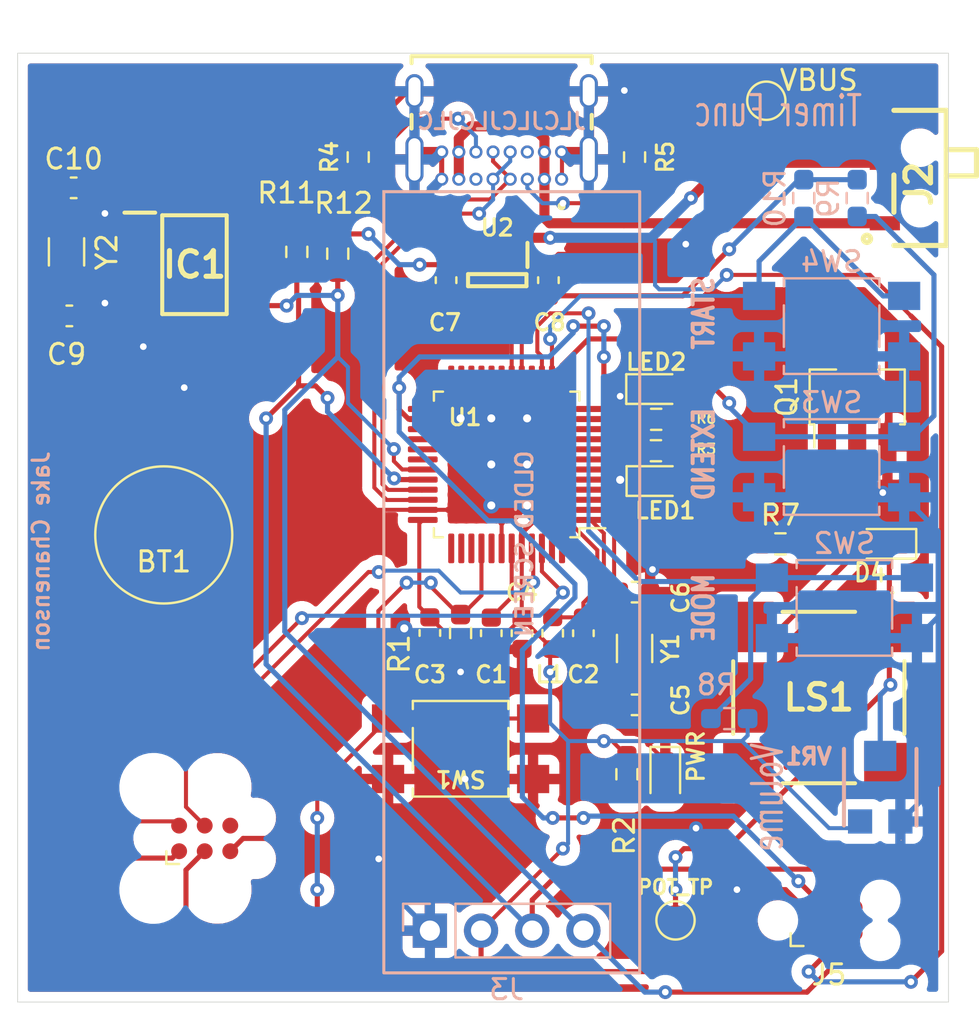
<source format=kicad_pcb>
(kicad_pcb (version 20211014) (generator pcbnew)
  (layers (0 "F.Cu" signal) (31 "B.Cu" signal) (34 "B.Paste" user) (35 "F.Paste" user) (36 "B.SilkS" user "B.Silkscreen") (37 "F.SilkS" user "F.Silkscreen") (38 "B.Mask" user) (39 "F.Mask" user) (44 "Edge.Cuts" user))
  (net 0 "")
  (net 1 "Net-(C1-Pad1)")
  (net 2 "GND")
  (net 3 "/VDDANA")
  (net 4 "+3V3")
  (net 5 "/XC1")
  (net 6 "/XC2")
  (net 7 "VBUS")
  (net 8 "Net-(D1-Pad2)")
  (net 9 "Net-(D2-Pad2)")
  (net 10 "Net-(D3-Pad2)")
  (net 11 "/LED1")
  (net 12 "/LED2")
  (net 17 "Net-(J4-PadA5)")
  (net 20 "VDC")
  (net 21 "Net-(C9-Pad1)")
  (net 22 "Net-(C10-Pad1)")
  (net 23 "/SWD")
  (net 24 "/SWC")
  (net 26 "/D+")
  (net 27 "/D-")
  (net 30 "Net-(D4-Pad2)")
  (net 42 "Net-(J4-PadB5)")
  (net 43 "/~{RST}")
  (net 45 "/SDA")
  (net 46 "/SCL")
  (net 51 "Net-(Q1-Pad1)")
  (net 52 "/BZR")
  (net 53 "/TIMR_MODE")
  (net 54 "/STRT_TME")
  (net 55 "/EXTND_TME")
  (net 63 "Net-(D4-Pad1)")
  (net 64 "Net-(BT1-Pad1)")
  (footprint "buzzer:CMT8585397SMTTR" (layer "F.Cu") (at 137.16 112.395)
    (fp_text reference "LS1")
    (fp_text value "Buzzer" hide)
  )
  (footprint "LED_SMD:LED_0603_1608Metric" (layer "F.Cu") (at 129.54 116.332 -90)
    (fp_text reference "D1" hide)
    (fp_text value "GREEN")
  )
  (footprint "Resistor_SMD:R_0603_1608Metric_Pad0.98x0.95mm_HandSolder" (layer "F.Cu") (at 129.075 100.15675)
    (fp_text reference "R3")
    (fp_text value "1.5k")
  )
  (footprint "Capacitor_SMD:C_0603_1608Metric" (layer "F.Cu") (at 117.856 109.194 -90)
    (fp_text reference "C3")
    (fp_text value "0.1uF")
  )
  (footprint "Package_QFP:TQFP-48_7x7mm_P0.5mm" (layer "F.Cu") (at 121.666 100.838 180)
    (fp_text reference "U1")
    (fp_text value "ATSAMD21G18A-A")
  )
  (footprint "Inductor_SMD:L_0603_1608Metric" (layer "F.Cu") (at 123.952 109.207 90)
    (fp_text reference "L1")
    (fp_text value "FB-30R")
  )
  (footprint "LED_SMD:LED_0603_1608Metric" (layer "F.Cu") (at 129.0875 97.1)
    (fp_text reference "D3" hide)
    (fp_text value "RED")
  )
  (footprint "LED_SMD:LED_0603_1608Metric" (layer "F.Cu") (at 129.104886 101.660131)
    (fp_text reference "D2" hide)
    (fp_text value "RED")
  )
  (footprint "Capacitor_SMD:C_0603_1608Metric" (layer "F.Cu") (at 128.016 107.168)
    (fp_text reference "C6")
    (fp_text value "15uF")
  )
  (footprint "Capacitor_SMD:C_0603_1608Metric" (layer "F.Cu") (at 122.428 109.207 -90)
    (fp_text reference "C4")
    (fp_text value "0.1uF")
  )
  (footprint "Resistor_SMD:R_0603_1608Metric_Pad0.98x0.95mm_HandSolder" (layer "F.Cu") (at 113.284 90.386724 -90)
    (fp_text reference "R12")
    (fp_text value "10k")
  )
  (footprint "Capacitor_SMD:C_0603_1608Metric" (layer "F.Cu") (at 125.476 109.207 -90)
    (fp_text reference "C2")
    (fp_text value "0.1uF")
  )
  (footprint "Resistor_SMD:R_0603_1608Metric_Pad0.98x0.95mm_HandSolder" (layer "F.Cu") (at 127.635 116.198 -90)
    (fp_text reference "R2")
    (fp_text value "10k")
  )
  (footprint "Resistor_SMD:R_0603_1608Metric" (layer "F.Cu") (at 114.3 85.598 90)
    (fp_text reference "R4")
    (fp_text value "5.1k")
  )
  (footprint "Capacitor_SMD:C_0603_1608Metric" (layer "F.Cu") (at 118.66 91.7 90)
    (fp_text reference "C7")
    (fp_text value "1uF")
  )
  (footprint "hcipcb23:SSSS810701" (layer "F.Cu") (at 140.436335 85.88 90)
    (fp_text reference "J2")
    (fp_text value "Power Switch" hide)
  )
  (footprint "clock:SOIC127P600X175-8N" (layer "F.Cu") (at 106.172 90.932)
    (fp_text reference "IC1")
    (fp_text value "DS1307Z+" hide)
  )
  (footprint "Capacitor_SMD:C_0603_1608Metric" (layer "F.Cu") (at 123.74 91.7 90)
    (fp_text reference "C8")
    (fp_text value "1uF")
  )
  (footprint "Diode_SMD:D_0603_1608Metric_Pad1.05x0.95mm_HandSolder" (layer "F.Cu") (at 140.335 104.775 180)
    (fp_text reference "D4")
    (fp_text value "1N4001")
  )
  (footprint "Capacitor_SMD:C_0603_1608Metric" (layer "F.Cu") (at 100.17584 87.122)
    (fp_text reference "C10")
    (fp_text value "15uF")
  )
  (footprint "Resistor_SMD:R_0603_1608Metric_Pad0.98x0.95mm_HandSolder" (layer "F.Cu") (at 129.0875 98.6)
    (fp_text reference "R6")
    (fp_text value "1.5k")
  )
  (footprint "Capacitor_SMD:C_0603_1608Metric" (layer "F.Cu") (at 120.904 109.207 -90)
    (fp_text reference "C1")
    (fp_text value "0.1uF")
  )
  (footprint "Resistor_SMD:R_0603_1608Metric_Pad0.98x0.95mm_HandSolder" (layer "F.Cu") (at 111.252 90.297 -90)
    (fp_text reference "R11")
    (fp_text value "10k")
  )
  (footprint "TestPoint:TestPoint_Pad_D1.5mm" (layer "F.Cu") (at 130.048 123.444)
    (fp_text reference "POT_TP")
    (fp_text value "TestPoint")
  )
  (footprint "TestPoint:TestPoint_Pad_D1.5mm" (layer "F.Cu") (at 134.554 82.804)
    (fp_text reference "VBUS")
    (fp_text value "TestPoint")
  )
  (footprint "Button_Switch_SMD:SW_SPST_TL3305A" (layer "F.Cu") (at 119.38 114.935)
    (fp_text reference "SW1")
    (fp_text value "SW_Push")
  )
  (footprint "hcipcb23:GCT_USB4085-GF-A" (layer "F.Cu") (at 121.417 82.334 180)
    (fp_text reference "J4" hide)
    (fp_text value "USB4085-GF-A")
  )
  (footprint "Resistor_SMD:R_0603_1608Metric" (layer "F.Cu") (at 128.016 85.598 90)
    (fp_text reference "R5")
    (fp_text value "5.1k")
  )
  (footprint "hcipcb23:SOT95P280X145-5N" (layer "F.Cu") (at 121.2 91.7 -90)
    (fp_text reference "U2")
    (fp_text value "TLV73333PQDBVRQ1" hide)
  )
  (footprint "Capacitor_SMD:C_0603_1608Metric" (layer "F.Cu") (at 128.016 112.756)
    (fp_text reference "C5")
    (fp_text value "15uF")
  )
  (footprint "Crystal:Crystal_SMD_3215-2Pin_3.2x1.5mm" (layer "F.Cu") (at 99.822 90.297 -90)
    (fp_text reference "Y2")
    (fp_text value "Crystal_Small")
  )
  (footprint "Package_TO_SOT_SMD:SOT-89-3_Handsoldering" (layer "F.Cu") (at 139.065 97.79 90)
    (fp_text reference "Q1")
    (fp_text value "Q_NPN_BCE")
  )
  (footprint "Connector:Tag-Connect_TC2030-IDC-FP_2x03_P1.27mm_Vertical" (layer "F.Cu") (at 106.68 119.38)
    (fp_text reference "J1" hide)
    (fp_text value "SWD_TAG-CONNECT")
  )
  (footprint "ML-621S_DN:coin_batt" (layer "F.Cu") (at 104.648 98.552)
    (fp_text reference "BT1")
    (fp_text value "Battery_Cell")
  )
  (footprint "Crystal:Crystal_SMD_3215-2Pin_3.2x1.5mm" (layer "F.Cu") (at 128.016 109.962 90)
    (fp_text reference "Y1")
    (fp_text value "Crystal_Small")
  )
  (footprint "Capacitor_SMD:C_0603_1608Metric" (layer "F.Cu") (at 99.962 93.472)
    (fp_text reference "C9")
    (fp_text value "15uF")
  )
  (footprint "Connector:Tag-Connect_TC2030-IDC-NL_2x03_P1.27mm_Vertical" (layer "F.Cu") (at 137.668 123.444)
    (fp_text reference "J5")
    (fp_text value "TESTPOINTS_TAG-CONNECT")
  )
  (footprint "Resistor_SMD:R_0603_1608Metric_Pad0.98x0.95mm_HandSolder" (layer "F.Cu") (at 119.38 109.194 90)
    (fp_text reference "R1")
    (fp_text value "10k")
  )
  (footprint "Resistor_SMD:R_0603_1608Metric_Pad0.98x0.95mm_HandSolder" (layer "F.Cu") (at 135.255 104.775)
    (fp_text reference "R7")
    (fp_text value "180")
  )
  (footprint "Button_Switch_SMD:SW_SPST_TL3305A" (layer "B.Cu") (at 138.43 107.95 180)
    (fp_text reference "SW2")
    (fp_text value "SW_Push")
  )
  (footprint "Resistor_SMD:R_0603_1608Metric_Pad0.98x0.95mm_HandSolder" (layer "B.Cu") (at 132.715 113.44 180)
    (fp_text reference "R8")
    (fp_text value "10k")
  )
  (footprint "Resistor_SMD:R_0603_1608Metric_Pad0.98x0.95mm_HandSolder" (layer "B.Cu") (at 139.065 87.63 -90)
    (fp_text reference "R9")
    (fp_text value "10k")
  )
  (footprint "Resistor_SMD:R_0603_1608Metric_Pad0.98x0.95mm_HandSolder" (layer "B.Cu") (at 136.4125 87.63 -90)
    (fp_text reference "R10")
    (fp_text value "10k")
  )
  (footprint "pot:TC33X2503E" (layer "B.Cu") (at 140.208 116.84 180)
    (fp_text reference "VR1")
    (fp_text value "Potentiometer" hide)
  )
  (footprint "Button_Switch_SMD:SW_SPST_TL3305A" (layer "B.Cu") (at 137.795 100.965 180)
    (fp_text reference "SW3")
    (fp_text value "SW_Push")
  )
  (footprint "Button_Switch_SMD:SW_SPST_TL3305A" (layer "B.Cu") (at 137.795 93.98 180)
    (fp_text reference "SW4")
    (fp_text value "SW_Push")
  )
  (footprint "Connector_PinHeader_2.54mm:PinHeader_1x04_P2.54mm_Vertical" (layer "B.Cu") (at 117.856 123.952 -90)
    (fp_text reference "J3")
    (fp_text value "OLED Screen")
  )
  (gr_rect (start 115.57 87.3125) (end 128.27 126.0475) (layer "B.SilkS") (width 0.1524) (fill none))
  (gr_rect (start 97.394088 80.447568) (end 143.596646 127.494853) (layer "Edge.Cuts") (width 0.0381) (fill none))
  (gr_text "Timer Func" (at 135.128 83.312) (layer "B.SilkS") (effects (font (size 1.5 1) (thickness 0.1524)) (justify mirror)))
  (gr_text "OLDED SCREEN" (at 122.555 104.775 90) (layer "B.SilkS") (effects (font (size 0.8128 0.8128) (thickness 0.1524)) (justify mirror)))
  (gr_text "EXTEND" (at 131.445 100.33 90) (layer "B.SilkS") (effects (font (size 1 0.8128) (thickness 0.2)) (justify mirror)))
  (gr_text "MODE" (at 131.445 107.95 90) (layer "B.SilkS") (effects (font (size 1 0.8128) (thickness 0.2)) (justify mirror)))
  (gr_text "Volume\n" (at 134.62 117.348 90) (layer "B.SilkS") (effects (font (size 1.5 1) (thickness 0.1524)) (justify mirror)))
  (gr_text "JLCJLCJLCJLC" (at 121.412 83.82) (layer "B.SilkS") (effects (font (size 0.8128 0.8128) (thickness 0.1524)) (justify mirror)))
  (gr_text "START" (at 131.445 93.345 90) (layer "B.SilkS") (effects (font (size 1 0.8128) (thickness 0.2)) (justify mirror)))
  (gr_text "Jake Chanenson" (at 98.552 105.156 90) (layer "B.SilkS") (effects (font (size 0.8128 0.8128) (thickness 0.1524)) (justify mirror)))
  (gr_text "PWR" (at 131.064 115.316 90) (layer "F.SilkS") (effects (font (size 0.8128 0.8128) (thickness 0.1524))))
  (gr_text "LED2" (at 129.0875 95.758) (layer "F.SilkS") (effects (font (size 0.8128 0.8128) (thickness 0.1524))))
  (gr_text "LED1" (at 129.54 103.124) (layer "F.SilkS") (effects (font (size 0.8128 0.8128) (thickness 0.1524))))
  (segment (start 121.916 107.42) (end 121.916 105.0005) (width 0.2) (layer "F.Cu") (net 1))
  (segment (start 120.904 108.432) (end 121.916 107.42) (width 0.2) (layer "F.Cu") (net 1))
  (segment (start 121.2 91.7) (end 121.2 90.45) (width 0.5) (layer "F.Cu") (net 2))
  (segment (start 115.78 117.9) (end 114.3 119.38) (width 0.254) (layer "F.Cu") (net 2))
  (segment (start 117.5035 103.088) (end 114.52 103.088) (width 0.2) (layer "F.Cu") (net 2))
  (segment (start 127.47 82.334) (end 127.508 82.296) (width 0.254) (layer "F.Cu") (net 2))
  (segment (start 118.442 85.344) (end 118.442 86.694) (width 0.25) (layer "F.Cu") (net 2))
  (segment (start 124.392 85.344) (end 125.372 85.344) (width 0.5) (layer "F.Cu") (net 2))
  (segment (start 122.965 91.7) (end 123.74 90.925) (width 0.5) (layer "F.Cu") (net 2))
  (segment (start 127.655 97.1) (end 127.3 97.455) (width 0.2) (layer "F.Cu") (net 2))
  (segment (start 120.904 100.838) (end 122.682 100.838) (width 0.2) (layer "F.Cu") (net 2))
  (segment (start 121.916 97.54) (end 121.916 96.6755) (width 0.2) (layer "F.Cu") (net 2))
  (segment (start 117.092 82.334) (end 121.958 82.334) (width 0.254) (layer "F.Cu") (net 2))
  (segment (start 130.048 90.424) (end 124.241 90.424) (width 0.254) (layer "F.Cu") (net 2))
  (segment (start 124.412 85.362) (end 124.412 86.674) (width 0.2) (layer "F.Cu") (net 2))
  (segment (start 120.904 102.87) (end 121.416 103.382) (width 0.2) (layer "F.Cu") (net 2))
  (segment (start 114.3 84.773) (end 116.739 82.334) (width 0.254) (layer "F.Cu") (net 2))
  (segment (start 130.556 89.916) (end 130.048 90.424) (width 0.254) (layer "F.Cu") (net 2))
  (segment (start 115.78 116.435) (end 119.61 116.435) (width 0.254) (layer "F.Cu") (net 2))
  (segment (start 114.52 103.088) (end 111.944 105.664) (width 0.2) (layer "F.Cu") (net 2))
  (segment (start 121.916 96.6755) (end 121.916 94.484) (width 0.2) (layer "F.Cu") (net 2))
  (segment (start 122.682 100.838) (end 122.682 102.87) (width 0.2) (layer "F.Cu") (net 2))
  (segment (start 120.904 98.552) (end 121.916 97.54) (width 0.2) (layer "F.Cu") (net 2))
  (segment (start 103.46 92.837) (end 103.46 94.824) (width 0.254) (layer "F.Cu") (net 2))
  (segment (start 119.61 116.435) (end 122.98 116.435) (width 0.254) (layer "F.Cu") (net 2))
  (segment (start 121.2 93.768) (end 121.2 91.7) (width 0.2) (layer "F.Cu") (net 2))
  (segment (start 121.958 82.334) (end 125.742 82.334) (width 0.254) (layer "F.Cu") (net 2))
  (segment (start 129.54 112.007) (end 129.54 107.917) (width 0.254) (layer "F.Cu") (net 2))
  (segment (start 119.435 91.7) (end 118.66 92.475) (width 0.5) (layer "F.Cu") (net 2))
  (segment (start 115.316 120.396) (end 114.3 119.38) (width 0.254) (layer "F.Cu") (net 2))
  (segment (start 117.462 85.344) (end 117.092 85.714) (width 0.5) (layer "F.Cu") (net 2))
  (segment (start 128.317386 101.660131) (end 127.360131 101.660131) (width 0.2) (layer "F.Cu") (net 2))
  (segment (start 136.398 122.809) (end 135.509 121.92) (width 0.254) (layer "F.Cu") (net 2))
  (segment (start 125.742 82.334) (end 127.47 82.334) (width 0.254) (layer "F.Cu") (net 2))
  (segment (start 100.95084 87.61584) (end 101.727 88.392) (width 0.254) (layer "F.Cu") (net 2))
  (segment (start 125.372 85.344) (end 125.742 85.714) (width 0.5) (layer "F.Cu") (net 2))
  (segment (start 128.905 106.045) (end 128.905 107.054) (width 0.2) (layer "F.Cu") (net 2))
  (segment (start 125.476 109.982) (end 125.476 112.105225) (width 0.2) (layer "F.Cu") (net 2))
  (segment (start 109.22 105.664) (end 108.712 105.156) (width 0.2) (layer "F.Cu") (net 2))
  (segment (start 121.2 91.7) (end 119.435 91.7) (width 0.5) (layer "F.Cu") (net 2))
  (segment (start 125.476 112.105225) (end 126.895775 113.525) (width 0.2) (layer "F.Cu") (net 2))
  (segment (start 140.565 102.005) (end 140.335 102.235) (width 0.254) (layer "F.Cu") (net 2))
  (segment (start 100.861999 93.596999) (end 100.737 93.472) (width 0.254) (layer "F.Cu") (net 2))
  (segment (start 125.8285 101.588) (end 127.288 101.588) (width 0.254) (layer "F.Cu") (net 2))
  (segment (start 119.852 103.088) (end 120.686 103.088) (width 0.2) (layer "F.Cu") (net 2))
  (segment (start 100.737 93.472) (end 101.372 92.837) (width 0.254) (layer "F.Cu") (net 2))
  (segment (start 117.856 109.969) (end 117.856 110.871) (width 0.2) (layer "F.Cu") (net 2))
  (segment (start 128.022 113.525) (end 128.791 112.756) (width 0.2) (layer "F.Cu") (net 2))
  (segment (start 118.442 85.344) (end 117.462 85.344) (width 0.5) (layer "F.Cu") (net 2))
  (segment (start 105.664 98.552) (end 107.188 97.028) (width 0.254) (layer "F.Cu") (net 2))
  (segment (start 103.7855 92.837) (end 103.46 92.837) (width 0.254) (layer "F.Cu") (net 2))
  (segment (start 116.739 82.334) (end 117.092 82.334) (width 0.254) (layer "F.Cu") (net 2))
  (segment (start 124.412 86.674) (end 124.392 86.694) (width 0.2) (layer "F.Cu") (net 2))
  (segment (start 108.712 97.536) (end 108.204 97.028) (width 0.2) (layer "F.Cu") (net 2))
  (segment (start 121.416 103.382) (end 121.416 105.0005) (width 0.2) (layer "F.Cu") (net 2))
  (segment (start 103.46 94.824) (end 103.632 94.996) (width 0.254) (layer "F.Cu") (net 2))
  (segment (start 117.5035 103.088) (end 119.852 103.088) (width 0.2) (layer "F.Cu") (net 2))
  (segment (start 120.904 102.87) (end 122.682 102.87) (width 0.2) (layer "F.Cu") (net 2))
  (segment (start 101.372 92.837) (end 103.46 92.837) (width 0.254) (layer "F.Cu") (net 2))
  (segment (start 128.8 112.765) (end 128.791 112.756) (width 0.254) (layer "F.Cu") (net 2))
  (segment (start 119.38 98.552) (end 120.904 98.552) (width 0.254) (layer "F.Cu") (net 2))
  (segment (start 131.064 117.0685) (end 131.064 118.872) (width 0.2) (layer "F.Cu") (net 2))
  (segment (start 127.360131 101.660131) (end 127.3 101.6) (width 0.2) (layer "F.Cu") (net 2))
  (segment (start 122.428 109.982) (end 122.555 110.109) (width 0.254) (layer "F.Cu") (net 2))
  (segment (start 111.944 105.664) (end 109.22 105.664) (width 0.2) (layer "F.Cu") (net 2))
  (segment (start 124.241 90.424) (end 123.74 90.925) (width 0.254) (layer "F.Cu") (net 2))
  (segment (start 107.95 120.015) (end 108.585 119.38) (width 0.254) (layer "F.Cu") (net 2))
  (segment (start 126.895775 113.525) (end 128.022 113.525) (width 0.2) (layer "F.Cu") (net 2))
  (segment (start 129.54 107.917) (end 128.791 107.168) (width 0.254) (layer "F.Cu") (net 2))
  (segment (start 105.664 97.028) (end 108.204 97.028) (width 0.254) (layer "F.Cu") (net 2))
  (segment (start 115.78 116.435) (end 115.78 117.9) (width 0.254) (layer "F.Cu") (net 2))
  (segment (start 118.11 111.125) (end 120.65 111.125) (width 0.2) (layer "F.Cu") (net 2))
  (segment (start 140.565 99.94) (end 140.565 102.005) (width 0.254) (layer "F.Cu") (net 2))
  (segment (start 120.686 103.088) (end 120.904 102.87) (width 0.2) (layer "F.Cu") (net 2))
  (segment (start 120.904 98.552) (end 120.904 100.838) (width 0.2) (layer "F.Cu") (net 2))
  (segment (start 120.904 110.871) (end 120.904 109.982) (width 0.2) (layer "F.Cu") (net 2))
  (segment (start 108.585 119.38) (end 114.3 119.38) (width 0.254) (layer "F.Cu") (net 2))
  (segment (start 125.73 110.236) (end 125.476 109.982) (width 0.2) (layer "F.Cu") (net 2))
  (segment (start 127.075 85.714) (end 125.742 85.714) (width 0.254) (layer "F.Cu") (net 2))
  (segment (start 121.2 91.7) (end 122.965 91.7) (width 0.5) (layer "F.Cu") (net 2))
  (segment (start 128.3 97.1) (end 127.655 97.1) (width 0.2) (layer "F.Cu") (net 2))
  (segment (start 120.65 111.125) (end 120.904 110.871) (width 0.2) (layer "F.Cu") (net 2))
  (segment (start 120.904 109.982) (end 122.428 109.982) (width 0.2) (layer "F.Cu") (net 2))
  (segment (start 120.904 98.552) (end 122.682 98.552) (width 0.2) (layer "F.Cu") (net 2))
  (segment (start 128.791 112.756) (end 129.54 112.007) (width 0.254) (layer "F.Cu") (net 2))
  (segment (start 128.016 84.773) (end 127.075 85.714) (width 0.254) (layer "F.Cu") (net 2))
  (segment (start 105.398 98.552) (end 105.664 98.552) (width 0.254) (layer "F.Cu") (net 2))
  (segment (start 135.509 121.92) (end 133.096 121.92) (width 0.254) (layer "F.Cu") (net 2))
  (segment (start 128.791 112.756) (end 128.791 114.7955) (width 0.2) (layer "F.Cu") (net 2))
  (segment (start 100.95084 87.122) (end 100.95084 87.61584) (width 0.254) (layer "F.Cu") (net 2))
  (segment (start 108.712 105.156) (end 108.712 97.536) (width 0.2) (layer "F.Cu") (net 2))
  (segment (start 128.791 114.7955) (end 129.54 115.5445) (width 0.2) (layer "F.Cu") (net 2))
  (segment (start 129.54 115.5445) (end 131.064 117.0685) (width 0.2) (layer "F.Cu") (net 2))
  (segment (start 117.856 110.871) (end 118.11 111.125) (width 0.2) (layer "F.Cu") (net 2))
  (segment (start 127.288 101.588) (end 127.3 101.6) (width 0.254) (layer "F.Cu") (net 2))
  (segment (start 121.916 94.484) (end 121.2 93.768) (width 0.2) (layer "F.Cu") (net 2))
  (via (at 120.904 100.838) (size 0.8) (drill 0.4) (layers "F.Cu" "B.Cu") (net 2))
  (via (at 127.3 101.6) (size 0.8) (drill 0.4) (layers "F.Cu" "B.Cu") (net 2))
  (via (at 101.727 92.837) (size 0.6858) (drill 0.3302) (layers "F.Cu" "B.Cu") (net 2))
  (via (at 101.727 88.392) (size 0.6858) (drill 0.3302) (layers "F.Cu" "B.Cu") (net 2))
  (via (at 140.335 102.235) (size 0.6858) (drill 0.3302) (layers "F.Cu" "B.Cu") (net 2))
  (via (at 115.316 120.396) (size 0.6858) (drill 0.3302) (layers "F.Cu" "B.Cu") (net 2))
  (via (at 119.38 111.125) (size 0.6858) (drill 0.3302) (layers "F.Cu" "B.Cu") (net 2))
  (via (at 119.38 98.552) (size 0.8) (drill 0.4) (layers "F.Cu" "B.Cu") (net 2))
  (via (at 128.905 106.045) (size 0.6858) (drill 0.3302) (layers "F.Cu" "B.Cu") (net 2))
  (via (at 120.904 98.552) (size 0.8) (drill 0.4) (layers "F.Cu" "B.Cu") (net 2))
  (via (at 105.664 97.028) (size 0.6858) (drill 0.3302) (layers "F.Cu" "B.Cu") (net 2))
  (via (at 127.3 97.455) (size 0.6858) (drill 0.3302) (layers "F.Cu" "B.Cu") (net 2))
  (via (at 120.904 102.87) (size 0.8) (drill 0.4) (layers "F.Cu" "B.Cu") (net 2))
  (via (at 122.682 102.87) (size 0.8) (drill 0.4) (layers "F.Cu" "B.Cu") (net 2))
  (via (at 122.682 100.838) (size 0.8) (drill 0.4) (layers "F.Cu" "B.Cu") (net 2))
  (via (at 127.508 82.296) (size 0.6858) (drill 0.3302) (layers "F.Cu" "B.Cu") (net 2))
  (via (at 131.064 118.872) (size 0.6858) (drill 0.3302) (layers "F.Cu" "B.Cu") (net 2))
  (via (at 122.682 98.552) (size 0.8) (drill 0.4) (layers "F.Cu" "B.Cu") (net 2))
  (via (at 103.632 94.996) (size 0.6858) (drill 0.3302) (layers "F.Cu" "B.Cu") (net 2))
  (via (at 133.096 121.92) (size 0.6858) (drill 0.3302) (layers "F.Cu" "B.Cu") (net 2))
  (via (at 130.556 89.916) (size 0.6858) (drill 0.3302) (layers "F.Cu" "B.Cu") (net 2))
  (via (at 116.586 108.966) (size 0.8) (drill 0.4) (layers "F.Cu" "B.Cu") (net 2))
  (via (at 119.61 116.435) (size 0.6858) (drill 0.3302) (layers "F.Cu" "B.Cu") (net 2))
  (segment (start 117.856 123.952) (end 115.316 121.412) (width 0.254) (layer "B.Cu") (net 2))
  (segment (start 127.3 101.6) (end 127.3 104.44) (width 0.2) (layer "B.Cu") (net 2))
  (segment (start 131.064 119.888) (end 131.064 118.872) (width 0.254) (layer "B.Cu") (net 2))
  (segment (start 143.084 108.396) (end 143.084 104.154) (width 0.254) (layer "B.Cu") (net 2))
  (segment (start 140.105 102.465) (end 140.335 102.235) (width 0.2) (layer "B.Cu") (net 2))
  (segment (start 141.395 95.48) (end 134.195 95.48) (width 0.254) (layer "B.Cu") (net 2))
  (segment (start 130.556 89.916) (end 131.572 88.9) (width 0.254) (layer "B.Cu") (net 2))
  (segment (start 105.664 97.028) (end 103.632 94.996) (width 0.254) (layer "B.Cu") (net 2))
  (segment (start 134.195 95.48) (end 129.275 95.48) (width 0.254) (layer "B.Cu") (net 2))
  (segment (start 132.485 102.465) (end 134.195 102.465) (width 0.2) (layer "B.Cu") (net 2))
  (segment (start 127.3 104.44) (end 128.27 105.41) (width 0.2) (layer "B.Cu") (net 2))
  (segment (start 128.27 105.41) (end 128.905 106.045) (width 0.2) (layer "B.Cu") (net 2))
  (segment (start 101.727 88.392) (end 101.727 92.837) (width 0.254) (layer "B.Cu") (net 2))
  (segment (start 133.096 121.92) (end 131.064 119.888) (width 0.254) (layer "B.Cu") (net 2))
  (segment (start 128.905 106.045) (end 132.485 102.465) (width 0.2) (layer "B.Cu") (net 2))
  (segment (start 127.3 101.6) (end 127.3 97.455) (width 0.2) (layer "B.Cu") (net 2))
  (segment (start 131.572 88.9) (end 131.572 86.36) (width 0.254) (layer "B.Cu") (net 2))
  (segment (start 143.084 108.396) (end 143.084 116.664) (width 0.254) (layer "B.Cu") (net 2))
  (segment (start 143.084 104.154) (end 141.395 102.465) (width 0.254) (layer "B.Cu") (net 2))
  (segment (start 129.275 95.48) (end 127.3 97.455) (width 0.254) (layer "B.Cu") (net 2))
  (segment (start 131.572 86.36) (end 127.508 82.296) (width 0.254) (layer "B.Cu") (net 2))
  (segment (start 119.38 116.205) (end 119.61 116.435) (width 0.254) (layer "B.Cu") (net 2))
  (segment (start 143.084 116.664) (end 141.208 118.54) (width 0.254) (layer "B.Cu") (net 2))
  (segment (start 134.195 102.465) (end 140.105 102.465) (width 0.2) (layer "B.Cu") (net 2))
  (segment (start 134.83 109.45) (end 142.03 109.45) (width 0.254) (layer "B.Cu") (net 2))
  (segment (start 119.38 111.125) (end 119.38 116.205) (width 0.254) (layer "B.Cu") (net 2))
  (segment (start 115.316 121.412) (end 115.316 120.396) (width 0.254) (layer "B.Cu") (net 2))
  (segment (start 142.03 109.45) (end 143.084 108.396) (width 0.254) (layer "B.Cu") (net 2))
  (segment (start 126.16548 105.08348) (end 125.04652 103.96452) (width 0.2) (layer "F.Cu") (net 3))
  (segment (start 125.4635 108.4195) (end 125.476 108.432) (width 0.2) (layer "F.Cu") (net 3))
  (segment (start 125.476 107.696) (end 126.16496 107.00704) (width 0.2) (layer "F.Cu") (net 3))
  (segment (start 126.16548 105.822968) (end 126.16548 105.08348) (width 0.2) (layer "F.Cu") (net 3))
  (segment (start 123.952 108.4195) (end 125.4635 108.4195) (width 0.2) (layer "F.Cu") (net 3))
  (segment (start 125.041107 103.96452) (end 124.79148 103.714893) (width 0.2) (layer "F.Cu") (net 3))
  (segment (start 125.476 108.432) (end 125.476 107.696) (width 0.2) (layer "F.Cu") (net 3))
  (segment (start 125.04652 103.96452) (end 125.041107 103.96452) (width 0.2) (layer "F.Cu") (net 3))
  (segment (start 126.16496 105.823488) (end 126.16548 105.822968) (width 0.2) (layer "F.Cu") (net 3))
  (segment (start 125.061349 101.088) (end 125.8285 101.088) (width 0.2) (layer "F.Cu") (net 3))
  (segment (start 124.79148 101.357869) (end 125.061349 101.088) (width 0.2) (layer "F.Cu") (net 3))
  (segment (start 124.79148 103.714893) (end 124.79148 101.357869) (width 0.2) (layer "F.Cu") (net 3))
  (segment (start 126.16496 107.00704) (end 126.16496 105.823488) (width 0.2) (layer "F.Cu") (net 3))
  (segment (start 101.894451 120.355549) (end 105.069451 120.355549) (width 0.254) (layer "F.Cu") (net 4))
  (segment (start 120.396 123.952) (end 120.396 125.476) (width 0.254) (layer "F.Cu") (net 4))
  (segment (start 123.825 110.1215) (end 123.952 109.9945) (width 0.2) (layer "F.Cu") (net 4))
  (segment (start 123.74 92.475) (end 130.41 92.475) (width 0.254) (layer "F.Cu") (net 4))
  (segment (start 122.416 96.6755) (end 122.416 94.255175) (width 0.2) (layer "F.Cu") (net 4))
  (segment (start 123.698 98.643795) (end 122.844205 97.79) (width 0.254) (layer "F.Cu") (net 4))
  (segment (start 100.965 121.285) (end 101.894451 120.355549) (width 0.254) (layer "F.Cu") (net 4))
  (segment (start 122.216 92.884) (end 122.216 94.055175) (width 0.2) (layer "F.Cu") (net 4))
  (segment (start 105.069451 120.355549) (end 105.41 120.015) (width 0.254) (layer "F.Cu") (net 4))
  (segment (start 124.46 119.888) (end 120.396 123.952) (width 0.2) (layer "F.Cu") (net 4))
  (segment (start 130.41 92.475) (end 132.715 90.17) (width 0.254) (layer "F.Cu") (net 4))
  (segment (start 119.888 125.984) (end 119.38 125.984) (width 0.254) (layer "F.Cu") (net 4))
  (segment (start 117.330589 107.893589) (end 117.330589 103.760911) (width 0.2) (layer "F.Cu") (net 4))
  (segment (start 134.493 125.984) (end 136.398 124.079) (width 0.254) (layer "F.Cu") (net 4))
  (segment (start 122.844205 97.79) (end 122.828403 97.79) (width 0.254) (layer "F.Cu") (net 4))
  (segment (start 117.856 108.419) (end 117.330589 107.893589) (width 0.2) (layer "F.Cu") (net 4))
  (segment (start 121.62752 109.23248) (end 122.428 108.432) (width 0.2) (layer "F.Cu") (net 4))
  (segment (start 123.6315 92.5835) (end 122.5165 92.5835) (width 0.2) (layer "F.Cu") (net 4))
  (segment (start 122.5165 92.5835) (end 122.216 92.884) (width 0.2) (layer "F.Cu") (net 4))
  (segment (start 122.416 97.377597) (end 122.416 96.6755) (width 0.254) (layer "F.Cu") (net 4))
  (segment (start 122.416 94.255175) (end 122.216 94.055175) (width 0.2) (layer "F.Cu") (net 4))
  (segment (start 122.416 105.0005) (end 122.416 104.233103) (width 0.254) (layer "F.Cu") (net 4))
  (segment (start 122.416 104.233103) (end 123.698 102.951103) (width 0.254) (layer "F.Cu") (net 4))
  (segment (start 119.38 110.019) (end 120.16652 109.23248) (width 0.2) (layer "F.Cu") (net 4))
  (segment (start 120.396 125.476) (end 119.888 125.984) (width 0.254) (layer "F.Cu") (net 4))
  (segment (start 119.38 109.943) (end 117.856 108.419) (width 0.2) (layer "F.Cu") (net 4))
  (segment (start 119.38 125.984) (end 102.489 125.984) (width 0.254) (layer "F.Cu") (net 4))
  (segment (start 122.416 105.0005) (end 122.416 108.42) (width 0.2) (layer "F.Cu") (net 4))
  (segment (start 122.828403 97.79) (end 122.416 97.377597) (width 0.254) (layer "F.Cu") (net 4))
  (segment (start 122.428 108.432) (end 122.428 108.4705) (width 0.2) (layer "F.Cu") (net 4))
  (segment (start 119.38 110.019) (end 119.38 109.943) (width 0.2) (layer "F.Cu") (net 4))
  (segment (start 102.489 125.984) (end 100.965 124.46) (width 0.254) (layer "F.Cu") (net 4))
  (segment (start 117.330589 103.760911) (end 117.5035 103.588) (width 0.2) (layer "F.Cu") (net 4))
  (segment (start 123.698 102.951103) (end 123.698 98.643795) (width 0.254) (layer "F.Cu") (net 4))
  (segment (start 126.492 114.554) (end 126.9035 114.554) (width 0.2) (layer "F.Cu") (net 4))
  (segment (start 123.825 111.125) (end 123.825 110.1215) (width 0.2) (layer "F.Cu") (net 4))
  (segment (start 122.428 108.4705) (end 123.952 109.9945) (width 0.2) (layer "F.Cu") (net 4))
  (segment (start 100.965 124.46) (end 100.965 121.285) (width 0.254) (layer "F.Cu") (net 4))
  (segment (start 119.38 125.984) (end 134.493 125.984) (width 0.254) (layer "F.Cu") (net 4))
  (segment (start 126.9035 114.554) (end 127.635 115.2855) (width 0.2) (layer "F.Cu") (net 4))
  (segment (start 122.416 108.42) (end 122.428 108.432) (width 0.2) (layer "F.Cu") (net 4))
  (segment (start 120.16652 109.23248) (end 121.62752 109.23248) (width 0.2) (layer "F.Cu") (net 4))
  (via (at 132.715 90.17) (size 0.6858) (drill 0.3302) (layers "F.Cu" "B.Cu") (net 4))
  (via (at 124.46 119.888) (size 0.6858) (drill 0.3302) (layers "F.Cu" "B.Cu") (net 4))
  (via (at 126.492 114.554) (size 0.6858) (drill 0.3302) (layers "F.Cu" "B.Cu") (net 4))
  (via (at 123.825 111.125) (size 0.6858) (drill 0.3302) (layers "F.Cu" "B.Cu") (net 4))
  (segment (start 139.065 86.7175) (end 136.4125 86.7175) (width 0.254) (layer "B.Cu") (net 4))
  (segment (start 124.714 119.634) (end 124.714 114.554) (width 0.2) (layer "B.Cu") (net 4))
  (segment (start 133.35 114.554) (end 137.668 118.872) (width 0.2) (layer "B.Cu") (net 4))
  (segment (start 124.714 114.554) (end 126.492 114.554) (width 0.2) (layer "B.Cu") (net 4))
  (segment (start 123.825 111.125) (end 123.825 113.665) (width 0.2) (layer "B.Cu") (net 4))
  (segment (start 138.876 118.872) (end 139.208 118.54) (width 0.2) (layer "B.Cu") (net 4))
  (segment (start 124.46 119.888) (end 124.714 119.634) (width 0.2) (layer "B.Cu") (net 4))
  (segment (start 137.668 118.872) (end 138.876 118.872) (width 0.2) (layer "B.Cu") (net 4))
  (segment (start 136.1675 86.7175) (end 136.4125 86.7175) (width 0.254) (layer "B.Cu") (net 4))
  (segment (start 133.6275 114.2765) (end 133.6275 113.44) (width 0.2) (layer "B.Cu") (net 4))
  (segment (start 123.825 113.665) (end 124.714 114.554) (width 0.2) (layer "B.Cu") (net 4))
  (segment (start 132.715 90.17) (end 136.1675 86.7175) (width 0.254) (layer "B.Cu") (net 4))
  (segment (start 133.35 114.554) (end 133.6275 114.2765) (width 0.2) (layer "B.Cu") (net 4))
  (segment (start 133.35 114.554) (end 126.492 114.554) (width 0.2) (layer "B.Cu") (net 4))
  (segment (start 125.8285 103.588) (end 126.492 104.2515) (width 0.2) (layer "F.Cu") (net 5))
  (segment (start 128.016 111.252) (end 128.016 111.981) (width 0.2) (layer "F.Cu") (net 5))
  (segment (start 126.49148 109.72748) (end 128.016 111.252) (width 0.2) (layer "F.Cu") (net 5))
  (segment (start 126.492 105.958217) (end 126.49148 105.958737) (width 0.2) (layer "F.Cu") (net 5))
  (segment (start 128.016 111.981) (end 127.241 112.756) (width 0.2) (layer "F.Cu") (net 5))
  (segment (start 126.49148 105.958737) (end 126.49148 109.72748) (width 0.2) (layer "F.Cu") (net 5))
  (segment (start 126.492 104.2515) (end 126.492 105.958217) (width 0.2) (layer "F.Cu") (net 5))
  (segment (start 127 106.934) (end 128.016 107.95) (width 0.2) (layer "F.Cu") (net 6))
  (segment (start 128.016 107.95) (end 128.016 107.97) (width 0.2) (layer "F.Cu") (net 6))
  (segment (start 128.016 107.97) (end 128.016 108.712) (width 0.25) (layer "F.Cu") (net 6))
  (segment (start 125.8285 103.088) (end 126.631006 103.088) (width 0.2) (layer "F.Cu") (net 6))
  (segment (start 126.631006 103.088) (end 127 103.456994) (width 0.2) (layer "F.Cu") (net 6))
  (segment (start 127 103.456994) (end 127 106.934) (width 0.2) (layer "F.Cu") (net 6))
  (segment (start 123.542 84.68) (end 122.936 84.074) (width 0.5) (layer "F.Cu") (net 7))
  (segment (start 119.292 84.67) (end 119.292 85.344) (width 0.5) (layer "F.Cu") (net 7))
  (segment (start 123.542 86.694) (end 123.542 88.617) (width 0.5) (layer "F.Cu") (net 7))
  (segment (start 119.292 86.694) (end 119.292 85.344) (width 0.5) (layer "F.Cu") (net 7))
  (segment (start 123.805 88.88) (end 127.488 88.88) (width 0.5) (layer "F.Cu") (net 7))
  (segment (start 127.488 88.88) (end 140.436335 88.88) (width 0.5) (layer "F.Cu") (net 7))
  (segment (start 119.888 84.074) (end 119.292 84.67) (width 0.5) (layer "F.Cu") (net 7))
  (segment (start 134.554 82.804) (end 133.604 82.804) (width 0.254) (layer "F.Cu") (net 7))
  (segment (start 123.542 85.344) (end 123.542 84.68) (width 0.5) (layer "F.Cu") (net 7))
  (segment (start 123.542 88.617) (end 123.805 88.88) (width 0.5) (layer "F.Cu") (net 7))
  (segment (start 123.542 85.344) (end 123.542 86.694) (width 0.5) (layer "F.Cu") (net 7))
  (segment (start 122.936 84.074) (end 119.888 84.074) (width 0.5) (layer "F.Cu") (net 7))
  (segment (start 133.604 82.804) (end 127.528 88.88) (width 0.254) (layer "F.Cu") (net 7))
  (segment (start 127.528 88.88) (end 127.488 88.88) (width 0.254) (layer "F.Cu") (net 7))
  (segment (start 129.54 117.1195) (end 127.644 117.1195) (width 0.254) (layer "F.Cu") (net 8))
  (segment (start 129.9 100.15675) (end 129.9 101.64325) (width 0.2) (layer "F.Cu") (net 9))
  (segment (start 129.9125 98.6) (end 129.9125 97.1375) (width 0.254) (layer "F.Cu") (net 10))
  (segment (start 129.9125 97.1375) (end 129.875 97.1) (width 0.254) (layer "F.Cu") (net 10))
  (segment (start 125.8285 99.088) (end 127.18125 99.088) (width 0.2) (layer "F.Cu") (net 11))
  (segment (start 127.18125 99.088) (end 128.25 100.15675) (width 0.2) (layer "F.Cu") (net 11))
  (segment (start 117.5035 98.588) (end 116.800724 98.588) (width 0.254) (layer "F.Cu") (net 12))
  (segment (start 128.175 98.6) (end 127.600855 98.6) (width 0.254) (layer "F.Cu") (net 12))
  (segment (start 116.332 98.119276) (end 116.332 97.028) (width 0.254) (layer "F.Cu") (net 12))
  (segment (start 137.4526 122.809) (end 136.144 121.5004) (width 0.254) (layer "F.Cu") (net 12))
  (segment (start 137.668 122.809) (end 137.4526 122.809) (width 0.254) (layer "F.Cu") (net 12))
  (segment (start 126.492 93.98) (end 124.968 93.98) (width 0.254) (layer "F.Cu") (net 12))
  (segment (start 126.492 97.491145) (end 126.492 95.504) (width 0.254) (layer "F.Cu") (net 12))
  (segment (start 125.476 118.364) (end 123.952 118.364) (width 0.254) (layer "F.Cu") (net 12))
  (segment (start 127.600855 98.6) (end 126.492 97.491145) (width 0.254) (layer "F.Cu") (net 12))
  (segment (start 116.800724 98.588) (end 116.332 98.119276) (width 0.254) (layer "F.Cu") (net 12))
  (via (at 123.952 118.364) (size 0.6858) (drill 0.3302) (layers "F.Cu" "B.Cu") (net 12))
  (via (at 116.332 97.028) (size 0.6858) (drill 0.3302) (layers "F.Cu" "B.Cu") (net 12))
  (via (at 136.144 121.5004) (size 0.6858) (drill 0.3302) (layers "F.Cu" "B.Cu") (net 12))
  (via (at 126.492 95.504) (size 0.6858) (drill 0.3302) (layers "F.Cu" "B.Cu") (net 12))
  (via (at 126.492 93.98) (size 0.6858) (drill 0.3302) (layers "F.Cu" "B.Cu") (net 12))
  (via (at 125.476 118.364) (size 0.6858) (drill 0.3302) (layers "F.Cu" "B.Cu") (net 12))
  (via (at 124.968 93.98) (size 0.6858) (drill 0.3302) (layers "F.Cu" "B.Cu") (net 12))
  (segment (start 122.447 117.329) (end 123.482 118.364) (width 0.254) (layer "B.Cu") (net 12))
  (segment (start 122.447 117.329) (end 122.447 110.045145) (width 0.254) (layer "B.Cu") (net 12))
  (segment (start 125.5649 118.2751) (end 125.476 118.364) (width 0.254) (layer "B.Cu") (net 12))
  (segment (start 132.9187 118.2751) (end 125.5649 118.2751) (width 0.254) (layer "B.Cu") (net 12))
  (segment (start 124.968 93.98) (end 124.968 94.316145) (width 0.254) (layer "B.Cu") (net 12))
  (segment (start 125.0569 106.7689) (end 121.92 103.632) (width 0.254) (layer "B.Cu") (net 12))
  (segment (start 136.144 121.5004) (end 132.9187 118.2751) (width 0.254) (layer "B.Cu") (net 12))
  (segment (start 116.332 96.52) (end 116.332 97.028) (width 0.254) (layer "B.Cu") (net 12))
  (segment (start 120.741104 103.632) (end 116.332 99.222896) (width 0.254) (layer "B.Cu") (net 12))
  (segment (start 125.0569 107.435245) (end 125.0569 106.7689) (width 0.254) (layer "B.Cu") (net 12))
  (segment (start 116.332 99.222896) (end 116.332 97.028) (width 0.254) (layer "B.Cu") (net 12))
  (segment (start 123.482 118.364) (end 123.952 118.364) (width 0.254) (layer "B.Cu") (net 12))
  (segment (start 126.492 95.504) (end 126.492 93.98) (width 0.254) (layer "B.Cu") (net 12))
  (segment (start 123.780145 95.504) (end 117.348 95.504) (width 0.254) (layer "B.Cu") (net 12))
  (segment (start 122.447 110.045145) (end 125.0569 107.435245) (width 0.254) (layer "B.Cu") (net 12))
  (segment (start 121.92 103.632) (end 120.741104 103.632) (width 0.254) (layer "B.Cu") (net 12))
  (segment (start 117.348 95.504) (end 116.332 96.52) (width 0.254) (layer "B.Cu") (net 12))
  (segment (start 124.968 94.316145) (end 123.780145 95.504) (width 0.254) (layer "B.Cu") (net 12))
  (segment (start 126.555 87.884) (end 128.016 86.423) (width 0.2) (layer "F.Cu") (net 17))
  (segment (start 124.46 87.884) (end 126.555 87.884) (width 0.2) (layer "F.Cu") (net 17))
  (via (at 124.46 87.884) (size 0.6858) (drill 0.3302) (layers "F.Cu" "B.Cu") (net 17))
  (segment (start 123.444 87.884) (end 122.692 87.132) (width 0.2) (layer "B.Cu") (net 17))
  (segment (start 124.46 87.884) (end 123.444 87.884) (width 0.2) (layer "B.Cu") (net 17))
  (segment (start 122.692 87.132) (end 122.692 86.694) (width 0.2) (layer "B.Cu") (net 17))
  (segment (start 143.256 124.968) (end 143.256 94.996) (width 0.254) (layer "F.Cu") (net 20))
  (segment (start 114.808 89.408) (end 113.350224 89.408) (width 0.254) (layer "F.Cu") (net 20))
  (segment (start 121.858 89.473) (end 121.9844 89.5994) (width 0.5) (layer "F.Cu") (net 20))
  (segment (start 113.350224 89.408) (end 113.284 89.474224) (width 0.254) (layer "F.Cu") (net 20))
  (segment (start 113.284 89.474224) (end 111.341724 89.474224) (width 0.254) (layer "F.Cu") (net 20))
  (segment (start 120.25 89.82907) (end 120.60607 89.473) (width 0.5) (layer "F.Cu") (net 20))
  (segment (start 137.668 124.079) (end 137.668 124.968) (width 0.254) (layer "F.Cu") (net 20))
  (segment (start 120.60607 89.473) (end 121.858 89.473) (width 0.5) (layer "F.Cu") (net 20))
  (segment (start 143.256 94.996) (end 141.732 93.472) (width 0.254) (layer "F.Cu") (net 20))
  (segment (start 137.668 124.968) (end 136.652 125.984) (width 0.254) (layer "F.Cu") (net 20))
  (segment (start 118.66 90.925) (end 119.135 90.45) (width 0.5) (layer "F.Cu") (net 20))
  (segment (start 121.9844 89.5994) (end 123.826956 89.5994) (width 0.5) (layer "F.Cu") (net 20))
  (segment (start 111.341724 89.474224) (end 111.252 89.3845) (width 0.254) (layer "F.Cu") (net 20))
  (segment (start 108.884 89.027) (end 110.8945 89.027) (width 0.254) (layer "F.Cu") (net 20))
  (segment (start 130.81 87.63) (end 132.56 85.88) (width 0.5) (layer "F.Cu") (net 20))
  (segment (start 118.653 90.932) (end 118.66 90.925) (width 0.254) (layer "F.Cu") (net 20))
  (segment (start 120.25 89.908142) (end 120.25 89.82907) (width 0.5) (layer "F.Cu") (net 20))
  (segment (start 122.15 89.765) (end 122.15 90.45) (width 0.5) (layer "F.Cu") (net 20))
  (segment (start 132.56 85.88) (end 140.436335 85.88) (width 0.5) (layer "F.Cu") (net 20))
  (segment (start 117.348 90.932) (end 118.653 90.932) (width 0.254) (layer "F.Cu") (net 20))
  (segment (start 132.588 91.44) (end 139.7 91.44) (width 0.2) (layer "F.Cu") (net 20))
  (segment (start 139.7 91.44) (end 141.732 93.472) (width 0.2) (layer "F.Cu") (net 20))
  (segment (start 119.135 90.45) (end 120.25 90.45) (width 0.5) (layer "F.Cu") (net 20))
  (segment (start 141.732 126.492) (end 143.256 124.968) (width 0.254) (layer "F.Cu") (net 20))
  (segment (start 110.8945 89.027) (end 111.252 89.3845) (width 0.254) (layer "F.Cu") (net 20))
  (segment (start 121.858 89.473) (end 122.15 89.765) (width 0.5) (layer "F.Cu") (net 20))
  (via (at 117.348 90.932) (size 0.6858) (drill 0.3302) (layers "F.Cu" "B.Cu") (net 20))
  (via (at 132.588 91.44) (size 0.6858) (drill 0.3302) (layers "F.Cu" "B.Cu") (net 20))
  (via (at 136.652 125.984) (size 0.6858) (drill 0.3302) (layers "F.Cu" "B.Cu") (net 20))
  (via (at 141.732 126.492) (size 0.6858) (drill 0.3302) (layers "F.Cu" "B.Cu") (net 20))
  (via (at 130.81 87.63) (size 0.6858) (drill 0.3302) (layers "F.Cu" "B.Cu") (net 20))
  (via (at 114.808 89.408) (size 0.6858) (drill 0.3302) (layers "F.Cu" "B.Cu") (net 20))
  (via (at 123.826956 89.5994) (size 0.6858) (drill 0.3302) (layers "F.Cu" "B.Cu") (net 20))
  (segment (start 116.332 90.932) (end 117.348 90.932) (width 0.254) (layer "B.Cu") (net 20))
  (segment (start 137.16 126.492) (end 141.732 126.492) (width 0.254) (layer "B.Cu") (net 20))
  (segment (start 123.826956 89.5994) (end 128.8406 89.5994) (width 0.5) (layer "B.Cu") (net 20))
  (segment (start 131.875 92.153) (end 132.588 91.44) (width 0.2) (layer "B.Cu") (net 20))
  (segment (start 129.237 92.153) (end 131.875 92.153) (width 0.2) (layer "B.Cu") (net 20))
  (segment (start 129.032 89.7908) (end 129.032 91.948) (width 0.2) (layer "B.Cu") (net 20))
  (segment (start 136.652 125.984) (end 137.16 126.492) (width 0.254) (layer "B.Cu") (net 20))
  (segment (start 114.808 89.408) (end 116.332 90.932) (width 0.254) (layer "B.Cu") (net 20))
  (segment (start 129.032 91.948) (end 129.237 92.153) (width 0.2) (layer "B.Cu") (net 20))
  (segment (start 129.032 89.7908) (end 128.8406 89.5994) (width 0.2) (layer "B.Cu") (net 20))
  (segment (start 128.8406 89.5994) (end 130.81 87.63) (width 0.5) (layer "B.Cu") (net 20))
  (segment (start 101.072 90.297) (end 103.46 90.297) (width 0.254) (layer "F.Cu") (net 21))
  (segment (start 99.822 91.547) (end 99.822 92.837) (width 0.254) (layer "F.Cu") (net 21))
  (segment (start 99.822 91.547) (end 101.072 90.297) (width 0.254) (layer "F.Cu") (net 21))
  (segment (start 99.822 92.837) (end 99.187 93.472) (width 0.254) (layer "F.Cu") (net 21))
  (segment (start 103.44 89.047) (end 103.46 89.027) (width 0.254) (layer "F.Cu") (net 22))
  (segment (start 99.822 89.047) (end 103.44 89.047) (width 0.254) (layer "F.Cu") (net 22))
  (segment (start 99.40084 88.62584) (end 99.822 89.047) (width 0.254) (layer "F.Cu") (net 22))
  (segment (start 99.40084 87.122) (end 99.40084 88.62584) (width 0.254) (layer "F.Cu") (net 22))
  (segment (start 101.6 117.348) (end 102.786699 118.534699) (width 0.2) (layer "F.Cu") (net 23))
  (segment (start 105.199699 118.534699) (end 105.41 118.745) (width 0.2) (layer "F.Cu") (net 23))
  (segment (start 123.416 105.0005) (end 123.416 106.144) (width 0.2) (layer "F.Cu") (net 23))
  (segment (start 123.416 106.144) (end 124.46 107.188) (width 0.2) (layer "F.Cu") (net 23))
  (segment (start 101.6 116.474285) (end 101.6 117.348) (width 0.2) (layer "F.Cu") (net 23))
  (segment (start 111.506 108.458) (end 105.156 114.808) (width 0.2) (layer "F.Cu") (net 23))
  (segment (start 102.786699 118.534699) (end 105.199699 118.534699) (width 0.2) (layer "F.Cu") (net 23))
  (segment (start 103.266285 114.808) (end 101.6 116.474285) (width 0.2) (layer "F.Cu") (net 23))
  (segment (start 105.156 114.808) (end 103.266285 114.808) (width 0.2) (layer "F.Cu") (net 23))
  (via (at 111.506 108.458) (size 0.6858) (drill 0.3302) (layers "F.Cu" "B.Cu") (net 23))
  (via (at 124.46 107.188) (size 0.6858) (drill 0.3302) (layers "F.Cu" "B.Cu") (net 23))
  (segment (start 111.506 108.458) (end 111.625 108.339) (width 0.2) (layer "B.Cu") (net 23))
  (segment (start 123.309 108.339) (end 124.46 107.188) (width 0.2) (layer "B.Cu") (net 23))
  (segment (start 111.625 108.339) (end 123.309 108.339) (width 0.2) (layer "B.Cu") (net 23))
  (segment (start 122.9854 106.68) (end 122.9854 105.0699) (width 0.2) (layer "F.Cu") (net 24))
  (segment (start 105.750549 115.229451) (end 114.808 106.172) (width 0.2) (layer "F.Cu") (net 24))
  (segment (start 114.808 106.172) (end 115.316 106.172) (width 0.2) (layer "F.Cu") (net 24))
  (segment (start 105.750549 115.229451) (end 105.750549 117.815549) (width 0.2) (layer "F.Cu") (net 24))
  (segment (start 105.750549 117.815549) (end 106.68 118.745) (width 0.2) (layer "F.Cu") (net 24))
  (via (at 115.316 106.172) (size 0.6858) (drill 0.3302) (layers "F.Cu" "B.Cu") (net 24))
  (via (at 122.9854 106.68) (size 0.6858) (drill 0.3302) (layers "F.Cu" "B.Cu") (net 24))
  (segment (start 122.428 107.188) (end 119.38 107.188) (width 0.2) (layer "B.Cu") (net 24))
  (segment (start 118.2951 106.1031) (end 115.3849 106.1031) (width 0.2) (layer "B.Cu") (net 24))
  (segment (start 122.936 106.68) (end 122.428 107.188) (width 0.254) (layer "B.Cu") (net 24))
  (segment (start 119.38 107.188) (end 118.2951 106.1031) (width 0.2) (layer "B.Cu") (net 24))
  (segment (start 122.9854 106.68) (end 122.936 106.68) (width 0.254) (layer "B.Cu") (net 24))
  (segment (start 115.3849 106.1031) (end 115.316 106.172) (width 0.254) (layer "B.Cu") (net 24))
  (segment (start 120.992 85.810807) (end 121.842 86.660807) (width 0.2) (layer "F.Cu") (net 26))
  (segment (start 120.836 87.7) (end 121.842 86.694) (width 0.2) (layer "F.Cu") (net 26))
  (segment (start 117.456701 102.541201) (end 117.397902 102.6) (width 0.2) (layer "F.Cu") (net 26))
  (segment (start 117.5035 102.588) (end 117.456701 102.541201) (width 0.1524) (layer "F.Cu") (net 26))
  (segment (start 115.71263 102.6) (end 115.1 101.98737) (width 0.2) (layer "F.Cu") (net 26))
  (segment (start 115.1 101.98737) (end 115.1 90.71263) (width 0.2) (layer "F.Cu") (net 26))
  (segment (start 118.11263 87.7) (end 120.836 87.7) (width 0.2) (layer "F.Cu") (net 26))
  (segment (start 115.1 90.71263) (end 118.11263 87.7) (width 0.2) (layer "F.Cu") (net 26))
  (segment (start 120.992 85.344) (end 120.992 85.810807) (width 0.2) (layer "F.Cu") (net 26))
  (segment (start 117.397902 102.6) (end 115.71263 102.6) (width 0.2) (layer "F.Cu") (net 26))
  (segment (start 115.78737 102.1) (end 115.5 101.81263) (width 0.2) (layer "F.Cu") (net 27))
  (segment (start 117.421902 102.1) (end 115.78737 102.1) (width 0.2) (layer "F.Cu") (net 27))
  (segment (start 115.5 101.81263) (end 115.5 90.88737) (width 0.2) (layer "F.Cu") (net 27))
  (segment (start 115.5 90.88737) (end 117.98737 88.4) (width 0.2) (layer "F.Cu") (net 27))
  (segment (start 117.456701 102.134799) (end 117.421902 102.1) (width 0.2) (layer "F.Cu") (net 27))
  (segment (start 117.5035 102.088) (end 117.456701 102.134799) (width 0.1524) (layer "F.Cu") (net 27))
  (segment (start 117.98737 88.4) (end 120.3 88.4) (width 0.2) (layer "F.Cu") (net 27))
  (via (at 120.3 88.4) (size 0.6858) (drill 0.3302) (layers "F.Cu" "B.Cu") (net 27))
  (segment (start 120.992 87.708) (end 120.992 86.694) (width 0.2) (layer "B.Cu") (net 27))
  (segment (start 121.842 85.810807) (end 121.842 85.344) (width 0.2) (layer "B.Cu") (net 27))
  (segment (start 120.992 86.660807) (end 121.842 85.810807) (width 0.2) (layer "B.Cu") (net 27))
  (segment (start 120.3 88.4) (end 120.992 87.708) (width 0.2) (layer "B.Cu") (net 27))
  (segment (start 139.46 104.775) (end 139.46 100.2475) (width 0.254) (layer "F.Cu") (net 30))
  (segment (start 133.66 108.895) (end 135.34 108.895) (width 0.254) (layer "F.Cu") (net 30))
  (segment (start 135.34 108.895) (end 139.46 104.775) (width 0.254) (layer "F.Cu") (net 30))
  (segment (start 139.46 100.2475) (end 139.065 99.8525) (width 0.254) (layer "F.Cu") (net 30))
  (segment (start 119.252307 83.692307) (end 117.030693 83.692307) (width 0.2) (layer "F.Cu") (net 42))
  (segment (start 117.030693 83.692307) (end 114.3 86.423) (width 0.2) (layer "F.Cu") (net 42))
  (via (at 119.252307 83.692307) (size 0.6858) (drill 0.3302) (layers "F.Cu" "B.Cu") (net 42))
  (segment (start 120.142 84.582) (end 120.142 85.344) (width 0.2) (layer "B.Cu") (net 42))
  (segment (start 119.252307 83.692307) (end 120.142 84.582) (width 0.2) (layer "B.Cu") (net 42))
  (segment (start 115.78 113.435) (end 122.98 113.435) (width 0.2) (layer "F.Cu") (net 43))
  (segment (start 112.268 121.92) (end 112.268 123.952) (width 0.254) (layer "F.Cu") (net 43))
  (segment (start 112.268 116.947) (end 112.268 118.364) (width 0.2) (layer "F.Cu") (net 43))
  (segment (start 106.68 125.095) (end 105.750549 124.165549) (width 0.254) (layer "F.Cu") (net 43))
  (segment (start 115.3 108.1) (end 115.3 110.76) (width 0.2) (layer "F.Cu") (net 43))
  (segment (start 117.9 106.889) (end 119.38 108.369) (width 0.2) (layer "F.Cu") (net 43))
  (segment (start 119.38 108.369) (end 120.416 107.333) (width 0.2) (layer "F.Cu") (net 43))
  (segment (start 105.750549 124.165549) (end 105.750549 120.944451) (width 0.254) (layer "F.Cu") (net 43))
  (segment (start 105.750549 120.944451) (end 106.68 120.015) (width 0.254) (layer "F.Cu") (net 43))
  (segment (start 115.3 110.76) (end 115.78 111.24) (width 0.2) (layer "F.Cu") (net 43))
  (segment (start 115.78 111.24) (end 115.78 113.435) (width 0.2) (layer "F.Cu") (net 43))
  (segment (start 111.125 125.095) (end 106.68 125.095) (width 0.254) (layer "F.Cu") (net 43))
  (segment (start 117.9 106.7) (end 117.9 106.889) (width 0.2) (layer "F.Cu") (net 43))
  (segment (start 115.78 113.435) (end 112.268 116.947) (width 0.2) (layer "F.Cu") (net 43))
  (segment (start 120.416 107.333) (end 120.416 105.0005) (width 0.2) (layer "F.Cu") (net 43))
  (segment (start 116.7 106.7) (end 115.3 108.1) (width 0.2) (layer "F.Cu") (net 43))
  (segment (start 112.268 123.952) (end 111.125 125.095) (width 0.254) (layer "F.Cu") (net 43))
  (via (at 112.268 121.92) (size 0.6858) (drill 0.3302) (layers "F.Cu" "B.Cu") (net 43))
  (via (at 116.7 106.7) (size 0.6858) (drill 0.3302) (layers "F.Cu" "B.Cu") (net 43))
  (via (at 112.268 118.364) (size 0.6858) (drill 0.3302) (layers "F.Cu" "B.Cu") (net 43))
  (via (at 117.9 106.7) (size 0.6858) (drill 0.3302) (layers "F.Cu" "B.Cu") (net 43))
  (segment (start 112.268 118.364) (end 112.268 121.92) (width 0.254) (layer "B.Cu") (net 43))
  (segment (start 116.7 106.7) (end 117.9 106.7) (width 0.2) (layer "B.Cu") (net 43))
  (segment (start 117.5035 101.088) (end 116.482557 101.088) (width 0.2) (layer "F.Cu") (net 45))
  (segment (start 136.573774 127) (end 129.54 127) (width 0.254) (layer "F.Cu") (net 45))
  (segment (start 113.284 92.456) (end 113.284 91.299224) (width 0.254) (layer "F.Cu") (net 45))
  (segment (start 110.744 92.964) (end 109.011 92.964) (width 0.254) (layer "F.Cu") (net 45))
  (segment (start 109.011 92.964) (end 108.884 92.837) (width 0.254) (layer "F.Cu") (net 45))
  (segment (start 138.938 124.635775) (end 138.938 124.079) (width 0.254) (layer "F.Cu") (net 45))
  (segment (start 136.612887 126.960887) (end 136.573774 127) (width 0.254) (layer "F.Cu") (net 45))
  (segment (start 116.0694 100.674843) (end 116.0694 100.076) (width 0.2) (layer "F.Cu") (net 45))
  (segment (start 116.482557 101.088) (end 116.0694 100.674843) (width 0.2) (layer "F.Cu") (net 45))
  (segment (start 136.573775 127) (end 136.612887 126.960887) (width 0.254) (layer "F.Cu") (net 45))
  (segment (start 136.612887 126.960887) (end 138.938 124.635775) (width 0.254) (layer "F.Cu") (net 45))
  (via (at 110.744 92.964) (size 0.6858) (drill 0.3302) (layers "F.Cu" "B.Cu") (net 45))
  (via (at 113.284 92.456) (size 0.6858) (drill 0.3302) (layers "F.Cu" "B.Cu") (net 45))
  (via (at 129.54 127) (size 0.6858) (drill 0.3302) (layers "F.Cu" "B.Cu") (net 45))
  (via (at 116.0694 100.076) (size 0.6858) (drill 0.3302) (layers "F.Cu" "B.Cu") (net 45))
  (segment (start 128.524 127) (end 129.54 127) (width 0.254) (layer "B.Cu") (net 45))
  (segment (start 113.792 97.7986) (end 113.792 96.012) (width 0.2) (layer "B.Cu") (net 45))
  (segment (start 110.6551 98.1329) (end 113.284 95.504) (width 0.254) (layer "B.Cu") (net 45))
  (segment (start 110.6551 107.0991) (end 110.6551 98.1329) (width 0.254) (layer "B.Cu") (net 45))
  (segment (start 110.6551 109.1311) (end 110.6551 107.0991) (width 0.254) (layer "B.Cu") (net 45))
  (segment (start 113.792 96.012) (end 113.284 95.504) (width 0.2) (layer "B.Cu") (net 45))
  (segment (start 125.476 123.952) (end 110.6551 109.1311) (width 0.254) (layer "B.Cu") (net 45))
  (segment (start 111.252 92.456) (end 110.744 92.964) (width 0.254) (layer "B.Cu") (net 45))
  (segment (start 116.0694 100.076) (end 113.792 97.7986) (width 0.2) (layer "B.Cu") (net 45))
  (segment (start 125.476 123.952) (end 128.524 127) (width 0.254) (layer "B.Cu") (net 45))
  (segment (start 113.284 92.456) (end 113.284 95.504) (width 0.254) (layer "B.Cu") (net 45))
  (segment (start 113.284 92.456) (end 111.252 92.456) (width 0.254) (layer "B.Cu") (net 45))
  (segment (start 122.936 123.952) (end 122.936 122.428) (width 0.254) (layer "F.Cu") (net 46))
  (segment (start 110.8945 91.567) (end 111.252 91.2095) (width 0.254) (layer "F.Cu") (net 46))
  (segment (start 111.252 91.2095) (end 111.252 92.456) (width 0.254) (layer "F.Cu") (net 46))
  (segment (start 116.138412 101.588) (end 116.081012 101.5306) (width 0.254) (layer "F.Cu") (net 46))
  (segment (start 111.3409 96.9391) (end 109.728 98.552) (width 0.254) (layer "F.Cu") (net 46))
  (segment (start 111.3409 92.5449) (end 111.3409 96.9391) (width 0.254) (layer "F.Cu") (net 46))
  (segment (start 122.936 122.428) (end 124.46 120.904) (width 0.254) (layer "F.Cu") (net 46))
  (segment (start 108.884 91.567) (end 110.8945 91.567) (width 0.254) (layer "F.Cu") (net 46))
  (segment (start 111.252 92.456) (end 111.3409 92.5449) (width 0.254) (layer "F.Cu") (net 46))
  (segment (start 117.5035 101.588) (end 116.138412 101.588) (width 0.254) (layer "F.Cu") (net 46))
  (segment (start 112.1791 96.9391) (end 111.3409 96.9391) (width 0.254) (layer "F.Cu") (net 46))
  (segment (start 124.46 120.904) (end 137.033 120.904) (width 0.254) (layer "F.Cu") (net 46))
  (segment (start 137.033 120.904) (end 138.938 122.809) (width 0.254) (layer "F.Cu") (net 46))
  (segment (start 112.776 97.536) (end 112.1791 96.9391) (width 0.254) (layer "F.Cu") (net 46))
  (via (at 112.776 97.536) (size 0.6858) (drill 0.3302) (layers "F.Cu" "B.Cu") (net 46))
  (via (at 116.081012 101.5306) (size 0.6858) (drill 0.3302) (layers "F.Cu" "B.Cu") (net 46))
  (via (at 109.728 98.552) (size 0.6858) (drill 0.3302) (layers "F.Cu" "B.Cu") (net 46))
  (segment (start 122.936 123.952) (end 109.728 110.744) (width 0.254) (layer "B.Cu") (net 46))
  (segment (start 116.081012 101.5306) (end 112.776 98.225588) (width 0.254) (layer "B.Cu") (net 46))
  (segment (start 112.776 98.225588) (end 112.776 97.536) (width 0.254) (layer "B.Cu") (net 46))
  (segment (start 109.728 110.744) (end 109.728 110.236) (width 0.254) (layer "B.Cu") (net 46))
  (segment (start 109.728 98.552) (end 109.728 110.236) (width 0.254) (layer "B.Cu") (net 46))
  (segment (start 137.565 103.3775) (end 137.565 99.94) (width 0.254) (layer "F.Cu") (net 51))
  (segment (start 136.1675 104.775) (end 137.565 103.3775) (width 0.254) (layer "F.Cu") (net 51))
  (segment (start 126.718 102.588) (end 128.905 104.775) (width 0.254) (layer "F.Cu") (net 52))
  (segment (start 125.8285 102.588) (end 126.718 102.588) (width 0.254) (layer "F.Cu") (net 52))
  (segment (start 128.905 104.775) (end 134.3425 104.775) (width 0.254) (layer "F.Cu") (net 52))
  (segment (start 123.416 96.6755) (end 123.416 95.476) (width 0.2) (layer "F.Cu") (net 53))
  (segment (start 123.19 95.25) (end 123.19 93.98) (width 0.2) (layer "F.Cu") (net 53))
  (segment (start 123.19 93.98) (end 123.825 93.345) (width 0.2) (layer "F.Cu") (net 53))
  (segment (start 123.825 93.345) (end 125.73 93.345) (width 0.2) (layer "F.Cu") (net 53))
  (segment (start 123.416 95.476) (end 123.19 95.25) (width 0.2) (layer "F.Cu") (net 53))
  (via (at 125.73 93.345) (size 0.6858) (drill 0.3302) (layers "F.Cu" "B.Cu") (net 53))
  (segment (start 134.6381 106.6419) (end 134.83 106.45) (width 0.254) (layer "B.Cu") (net 53))
  (segment (start 125.73 104.14) (end 128.2319 106.6419) (width 0.254) (layer "B.Cu") (net 53))
  (segment (start 133.776 111.4665) (end 131.8025 113.44) (width 0.254) (layer "B.Cu") (net 53))
  (segment (start 134.83 106.45) (end 142.03 106.45) (width 0.254) (layer "B.Cu") (net 53))
  (segment (start 133.776 107.504) (end 133.776 111.4665) (width 0.254) (layer "B.Cu") (net 53))
  (segment (start 128.2319 106.6419) (end 134.6381 106.6419) (width 0.254) (layer "B.Cu") (net 53))
  (segment (start 125.73 93.345) (end 125.73 104.14) (width 0.2) (layer "B.Cu") (net 53))
  (segment (start 134.83 106.45) (end 133.776 107.504) (width 0.254) (layer "B.Cu") (net 53))
  (segment (start 123.916 94.706) (end 123.825 94.615) (width 0.254) (layer "F.Cu") (net 54))
  (segment (start 123.916 96.6755) (end 123.916 94.706) (width 0.2) (layer "F.Cu") (net 54))
  (via (at 123.825 94.615) (size 0.6858) (drill 0.3302) (layers "F.Cu" "B.Cu") (net 54))
  (segment (start 141.395 92.48) (end 140.35 92.48) (width 0.254) (layer "B.Cu") (net 54))
  (segment (start 123.825 93.98) (end 123.825 94.615) (width 0.2) (layer "B.Cu") (net 54))
  (segment (start 124.46 93.345) (end 123.825 93.98) (width 0.2) (layer "B.Cu") (net 54))
  (segment (start 125.325 92.48) (end 124.46 93.345) (width 0.2) (layer "B.Cu") (net 54))
  (segment (start 136.4125 88.5425) (end 134.195 90.76) (width 0.254) (layer "B.Cu") (net 54))
  (segment (start 134.195 92.48) (end 125.325 92.48) (width 0.2) (layer "B.Cu") (net 54))
  (segment (start 134.195 90.76) (end 134.195 92.48) (width 0.254) (layer "B.Cu") (net 54))
  (segment (start 140.35 92.48) (end 136.4125 88.5425) (width 0.254) (layer "B.Cu") (net 54))
  (segment (start 129.54 94.615) (end 132.715 97.79) (width 0.254) (layer "F.Cu") (net 55))
  (segment (start 125.73 94.615) (end 129.54 94.615) (width 0.254) (layer "F.Cu") (net 55))
  (segment (start 124.416 96.6755) (end 124.416 95.929) (width 0.254) (layer "F.Cu") (net 55))
  (segment (start 124.416 95.929) (end 125.73 94.615) (width 0.254) (layer "F.Cu") (net 55))
  (via (at 132.715 97.79) (size 0.6858) (drill 0.3302) (layers "F.Cu" "B.Cu") (net 55))
  (segment (start 142.875 98.425) (end 141.835 99.465) (width 0.254) (layer "B.Cu") (net 55))
  (segment (start 134.195 99.465) (end 141.395 99.465) (width 0.254) (layer "B.Cu") (net 55))
  (segment (start 141.835 99.465) (end 141.395 99.465) (width 0.254) (layer "B.Cu") (net 55))
  (segment (start 132.715 97.985) (end 134.195 99.465) (width 0.254) (layer "B.Cu") (net 55))
  (segment (start 139.9775 88.5425) (end 142.875 91.44) (width 0.254) (layer "B.Cu") (net 55))
  (segment (start 139.065 88.5425) (end 139.9775 88.5425) (width 0.254) (layer "B.Cu") (net 55))
  (segment (start 132.715 97.79) (end 132.715 97.985) (width 0.254) (layer "B.Cu") (net 55))
  (segment (start 142.875 91.44) (end 142.875 98.425) (width 0.254) (layer "B.Cu") (net 55))
  (segment (start 130.4676 119.888) (end 132.588 119.888) (width 0.254) (layer "F.Cu") (net 63))
  (segment (start 140.66 105.325) (end 140.66 108.895) (width 0.254) (layer "F.Cu") (net 63))
  (segment (start 130.048 120.3076) (end 130.4676 119.888) (width 0.254) (layer "F.Cu") (net 63))
  (segment (start 141.21 104.775) (end 140.66 105.325) (width 0.254) (layer "F.Cu") (net 63))
  (segment (start 130.048 123.444) (end 130.048 121.92) (width 0.254) (layer "F.Cu") (net 63))
  (segment (start 132.588 119.888) (end 140.716 111.76) (width 0.254) (layer "F.Cu") (net 63))
  (segment (start 140.66 111.704) (end 140.66 108.895) (width 0.254) (layer "F.Cu") (net 63))
  (segment (start 140.716 111.76) (end 140.66 111.704) (width 0.254) (layer "F.Cu") (net 63))
  (via (at 140.716 111.76) (size 0.6858) (drill 0.3302) (layers "F.Cu" "B.Cu") (net 63))
  (via (at 130.048 121.92) (size 0.6858) (drill 0.3302) (layers "F.Cu" "B.Cu") (net 63))
  (via (at 130.048 120.3076) (size 0.6858) (drill 0.3302) (layers "F.Cu" "B.Cu") (net 63))
  (segment (start 130.048 121.92) (end 130.048 120.3076) (width 0.254) (layer "B.Cu") (net 63))
  (segment (start 140.208 112.268) (end 140.716 111.76) (width 0.254) (layer "B.Cu") (net 63))
  (segment (start 140.208 115.29) (end 140.208 112.268) (width 0.254) (layer "B.Cu") (net 63))
  (segment (start 103.46 91.567) (end 103.8975 91.567) (width 0.254) (layer "F.Cu") (net 64))
  (segment (start 103.898 98.552) (end 103.898 96.762) (width 0.254) (layer "F.Cu") (net 64))
  (segment (start 103.898 96.762) (end 105.664 94.996) (width 0.254) (layer "F.Cu") (net 64))
  (segment (start 103.7855 91.567) (end 103.46 91.567) (width 0.254) (layer "F.Cu") (net 64))
  (segment (start 105.664 94.996) (end 105.664 93.4455) (width 0.254) (layer "F.Cu") (net 64))
  (segment (start 105.664 93.4455) (end 103.7855 91.567) (width 0.254) (layer "F.Cu") (net 64))
  (zone (net 2) (net_name "GND") (layers F&B.Cu) (connect_pads (clearance 0.508)) (min_thickness 0.254) (fill yes (thermal_gap 0.508) (thermal_bridge_width 0.508))
    (polygon (pts (xy 144.272 79.756) (xy 144.272 128.524) (xy 97.028 128.524) (xy 96.52 79.248)))
  )
  (zone (net 2) (net_name "GND") (layer "F.Cu") (connect_pads (clearance 0.508)) (min_thickness 0.254) (fill yes (thermal_gap 0.508) (thermal_bridge_width 0.508))
    (polygon (pts (xy 142.748 127) (xy 98.044 126.492) (xy 97.536 81.788) (xy 142.24 81.28)))
  )
)
</source>
